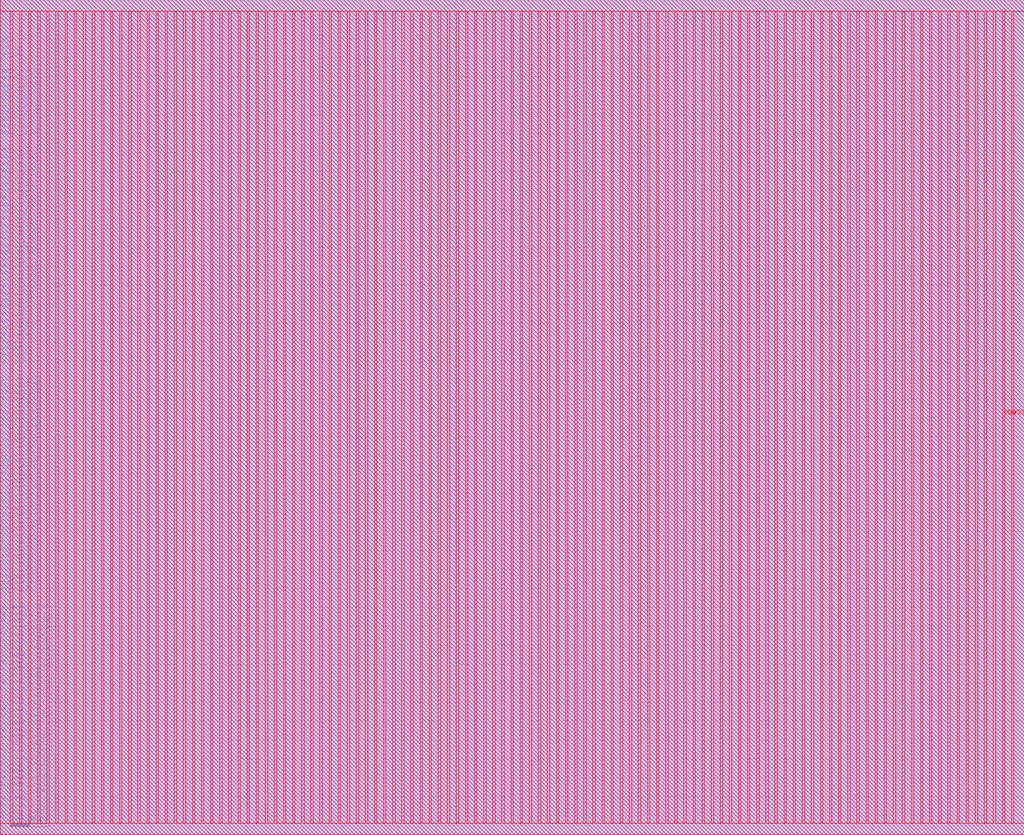
<source format=lef>
VERSION 5.7 ;
BUSBITCHARS "[]" ;
MACRO fakeram130_1024x32
  FOREIGN fakeram130_1024x32 0 0 ;
  SYMMETRY X Y R90 ;
  SIZE 540.040 BY 440.640 ;
  CLASS BLOCK ;
  PIN w_mask_in[0]
    DIRECTION INPUT ;
    USE SIGNAL ;
    SHAPE ABUTMENT ;
    PORT
      LAYER met3 ;
      RECT 0.000 5.850 0.800 6.150 ;
    END
  END w_mask_in[0]
  PIN w_mask_in[1]
    DIRECTION INPUT ;
    USE SIGNAL ;
    SHAPE ABUTMENT ;
    PORT
      LAYER met3 ;
      RECT 0.000 9.450 0.800 9.750 ;
    END
  END w_mask_in[1]
  PIN w_mask_in[2]
    DIRECTION INPUT ;
    USE SIGNAL ;
    SHAPE ABUTMENT ;
    PORT
      LAYER met3 ;
      RECT 0.000 13.050 0.800 13.350 ;
    END
  END w_mask_in[2]
  PIN w_mask_in[3]
    DIRECTION INPUT ;
    USE SIGNAL ;
    SHAPE ABUTMENT ;
    PORT
      LAYER met3 ;
      RECT 0.000 16.650 0.800 16.950 ;
    END
  END w_mask_in[3]
  PIN w_mask_in[4]
    DIRECTION INPUT ;
    USE SIGNAL ;
    SHAPE ABUTMENT ;
    PORT
      LAYER met3 ;
      RECT 0.000 20.250 0.800 20.550 ;
    END
  END w_mask_in[4]
  PIN w_mask_in[5]
    DIRECTION INPUT ;
    USE SIGNAL ;
    SHAPE ABUTMENT ;
    PORT
      LAYER met3 ;
      RECT 0.000 23.850 0.800 24.150 ;
    END
  END w_mask_in[5]
  PIN w_mask_in[6]
    DIRECTION INPUT ;
    USE SIGNAL ;
    SHAPE ABUTMENT ;
    PORT
      LAYER met3 ;
      RECT 0.000 27.450 0.800 27.750 ;
    END
  END w_mask_in[6]
  PIN w_mask_in[7]
    DIRECTION INPUT ;
    USE SIGNAL ;
    SHAPE ABUTMENT ;
    PORT
      LAYER met3 ;
      RECT 0.000 31.050 0.800 31.350 ;
    END
  END w_mask_in[7]
  PIN w_mask_in[8]
    DIRECTION INPUT ;
    USE SIGNAL ;
    SHAPE ABUTMENT ;
    PORT
      LAYER met3 ;
      RECT 0.000 34.650 0.800 34.950 ;
    END
  END w_mask_in[8]
  PIN w_mask_in[9]
    DIRECTION INPUT ;
    USE SIGNAL ;
    SHAPE ABUTMENT ;
    PORT
      LAYER met3 ;
      RECT 0.000 38.250 0.800 38.550 ;
    END
  END w_mask_in[9]
  PIN w_mask_in[10]
    DIRECTION INPUT ;
    USE SIGNAL ;
    SHAPE ABUTMENT ;
    PORT
      LAYER met3 ;
      RECT 0.000 41.850 0.800 42.150 ;
    END
  END w_mask_in[10]
  PIN w_mask_in[11]
    DIRECTION INPUT ;
    USE SIGNAL ;
    SHAPE ABUTMENT ;
    PORT
      LAYER met3 ;
      RECT 0.000 45.450 0.800 45.750 ;
    END
  END w_mask_in[11]
  PIN w_mask_in[12]
    DIRECTION INPUT ;
    USE SIGNAL ;
    SHAPE ABUTMENT ;
    PORT
      LAYER met3 ;
      RECT 0.000 49.050 0.800 49.350 ;
    END
  END w_mask_in[12]
  PIN w_mask_in[13]
    DIRECTION INPUT ;
    USE SIGNAL ;
    SHAPE ABUTMENT ;
    PORT
      LAYER met3 ;
      RECT 0.000 52.650 0.800 52.950 ;
    END
  END w_mask_in[13]
  PIN w_mask_in[14]
    DIRECTION INPUT ;
    USE SIGNAL ;
    SHAPE ABUTMENT ;
    PORT
      LAYER met3 ;
      RECT 0.000 56.250 0.800 56.550 ;
    END
  END w_mask_in[14]
  PIN w_mask_in[15]
    DIRECTION INPUT ;
    USE SIGNAL ;
    SHAPE ABUTMENT ;
    PORT
      LAYER met3 ;
      RECT 0.000 59.850 0.800 60.150 ;
    END
  END w_mask_in[15]
  PIN w_mask_in[16]
    DIRECTION INPUT ;
    USE SIGNAL ;
    SHAPE ABUTMENT ;
    PORT
      LAYER met3 ;
      RECT 0.000 63.450 0.800 63.750 ;
    END
  END w_mask_in[16]
  PIN w_mask_in[17]
    DIRECTION INPUT ;
    USE SIGNAL ;
    SHAPE ABUTMENT ;
    PORT
      LAYER met3 ;
      RECT 0.000 67.050 0.800 67.350 ;
    END
  END w_mask_in[17]
  PIN w_mask_in[18]
    DIRECTION INPUT ;
    USE SIGNAL ;
    SHAPE ABUTMENT ;
    PORT
      LAYER met3 ;
      RECT 0.000 70.650 0.800 70.950 ;
    END
  END w_mask_in[18]
  PIN w_mask_in[19]
    DIRECTION INPUT ;
    USE SIGNAL ;
    SHAPE ABUTMENT ;
    PORT
      LAYER met3 ;
      RECT 0.000 74.250 0.800 74.550 ;
    END
  END w_mask_in[19]
  PIN w_mask_in[20]
    DIRECTION INPUT ;
    USE SIGNAL ;
    SHAPE ABUTMENT ;
    PORT
      LAYER met3 ;
      RECT 0.000 77.850 0.800 78.150 ;
    END
  END w_mask_in[20]
  PIN w_mask_in[21]
    DIRECTION INPUT ;
    USE SIGNAL ;
    SHAPE ABUTMENT ;
    PORT
      LAYER met3 ;
      RECT 0.000 81.450 0.800 81.750 ;
    END
  END w_mask_in[21]
  PIN w_mask_in[22]
    DIRECTION INPUT ;
    USE SIGNAL ;
    SHAPE ABUTMENT ;
    PORT
      LAYER met3 ;
      RECT 0.000 85.050 0.800 85.350 ;
    END
  END w_mask_in[22]
  PIN w_mask_in[23]
    DIRECTION INPUT ;
    USE SIGNAL ;
    SHAPE ABUTMENT ;
    PORT
      LAYER met3 ;
      RECT 0.000 88.650 0.800 88.950 ;
    END
  END w_mask_in[23]
  PIN w_mask_in[24]
    DIRECTION INPUT ;
    USE SIGNAL ;
    SHAPE ABUTMENT ;
    PORT
      LAYER met3 ;
      RECT 0.000 92.250 0.800 92.550 ;
    END
  END w_mask_in[24]
  PIN w_mask_in[25]
    DIRECTION INPUT ;
    USE SIGNAL ;
    SHAPE ABUTMENT ;
    PORT
      LAYER met3 ;
      RECT 0.000 95.850 0.800 96.150 ;
    END
  END w_mask_in[25]
  PIN w_mask_in[26]
    DIRECTION INPUT ;
    USE SIGNAL ;
    SHAPE ABUTMENT ;
    PORT
      LAYER met3 ;
      RECT 0.000 99.450 0.800 99.750 ;
    END
  END w_mask_in[26]
  PIN w_mask_in[27]
    DIRECTION INPUT ;
    USE SIGNAL ;
    SHAPE ABUTMENT ;
    PORT
      LAYER met3 ;
      RECT 0.000 103.050 0.800 103.350 ;
    END
  END w_mask_in[27]
  PIN w_mask_in[28]
    DIRECTION INPUT ;
    USE SIGNAL ;
    SHAPE ABUTMENT ;
    PORT
      LAYER met3 ;
      RECT 0.000 106.650 0.800 106.950 ;
    END
  END w_mask_in[28]
  PIN w_mask_in[29]
    DIRECTION INPUT ;
    USE SIGNAL ;
    SHAPE ABUTMENT ;
    PORT
      LAYER met3 ;
      RECT 0.000 110.250 0.800 110.550 ;
    END
  END w_mask_in[29]
  PIN w_mask_in[30]
    DIRECTION INPUT ;
    USE SIGNAL ;
    SHAPE ABUTMENT ;
    PORT
      LAYER met3 ;
      RECT 0.000 113.850 0.800 114.150 ;
    END
  END w_mask_in[30]
  PIN w_mask_in[31]
    DIRECTION INPUT ;
    USE SIGNAL ;
    SHAPE ABUTMENT ;
    PORT
      LAYER met3 ;
      RECT 0.000 117.450 0.800 117.750 ;
    END
  END w_mask_in[31]
  PIN rd_out[0]
    DIRECTION OUTPUT ;
    USE SIGNAL ;
    SHAPE ABUTMENT ;
    PORT
      LAYER met3 ;
      RECT 0.000 126.450 0.800 126.750 ;
    END
  END rd_out[0]
  PIN rd_out[1]
    DIRECTION OUTPUT ;
    USE SIGNAL ;
    SHAPE ABUTMENT ;
    PORT
      LAYER met3 ;
      RECT 0.000 130.050 0.800 130.350 ;
    END
  END rd_out[1]
  PIN rd_out[2]
    DIRECTION OUTPUT ;
    USE SIGNAL ;
    SHAPE ABUTMENT ;
    PORT
      LAYER met3 ;
      RECT 0.000 133.650 0.800 133.950 ;
    END
  END rd_out[2]
  PIN rd_out[3]
    DIRECTION OUTPUT ;
    USE SIGNAL ;
    SHAPE ABUTMENT ;
    PORT
      LAYER met3 ;
      RECT 0.000 137.250 0.800 137.550 ;
    END
  END rd_out[3]
  PIN rd_out[4]
    DIRECTION OUTPUT ;
    USE SIGNAL ;
    SHAPE ABUTMENT ;
    PORT
      LAYER met3 ;
      RECT 0.000 140.850 0.800 141.150 ;
    END
  END rd_out[4]
  PIN rd_out[5]
    DIRECTION OUTPUT ;
    USE SIGNAL ;
    SHAPE ABUTMENT ;
    PORT
      LAYER met3 ;
      RECT 0.000 144.450 0.800 144.750 ;
    END
  END rd_out[5]
  PIN rd_out[6]
    DIRECTION OUTPUT ;
    USE SIGNAL ;
    SHAPE ABUTMENT ;
    PORT
      LAYER met3 ;
      RECT 0.000 148.050 0.800 148.350 ;
    END
  END rd_out[6]
  PIN rd_out[7]
    DIRECTION OUTPUT ;
    USE SIGNAL ;
    SHAPE ABUTMENT ;
    PORT
      LAYER met3 ;
      RECT 0.000 151.650 0.800 151.950 ;
    END
  END rd_out[7]
  PIN rd_out[8]
    DIRECTION OUTPUT ;
    USE SIGNAL ;
    SHAPE ABUTMENT ;
    PORT
      LAYER met3 ;
      RECT 0.000 155.250 0.800 155.550 ;
    END
  END rd_out[8]
  PIN rd_out[9]
    DIRECTION OUTPUT ;
    USE SIGNAL ;
    SHAPE ABUTMENT ;
    PORT
      LAYER met3 ;
      RECT 0.000 158.850 0.800 159.150 ;
    END
  END rd_out[9]
  PIN rd_out[10]
    DIRECTION OUTPUT ;
    USE SIGNAL ;
    SHAPE ABUTMENT ;
    PORT
      LAYER met3 ;
      RECT 0.000 162.450 0.800 162.750 ;
    END
  END rd_out[10]
  PIN rd_out[11]
    DIRECTION OUTPUT ;
    USE SIGNAL ;
    SHAPE ABUTMENT ;
    PORT
      LAYER met3 ;
      RECT 0.000 166.050 0.800 166.350 ;
    END
  END rd_out[11]
  PIN rd_out[12]
    DIRECTION OUTPUT ;
    USE SIGNAL ;
    SHAPE ABUTMENT ;
    PORT
      LAYER met3 ;
      RECT 0.000 169.650 0.800 169.950 ;
    END
  END rd_out[12]
  PIN rd_out[13]
    DIRECTION OUTPUT ;
    USE SIGNAL ;
    SHAPE ABUTMENT ;
    PORT
      LAYER met3 ;
      RECT 0.000 173.250 0.800 173.550 ;
    END
  END rd_out[13]
  PIN rd_out[14]
    DIRECTION OUTPUT ;
    USE SIGNAL ;
    SHAPE ABUTMENT ;
    PORT
      LAYER met3 ;
      RECT 0.000 176.850 0.800 177.150 ;
    END
  END rd_out[14]
  PIN rd_out[15]
    DIRECTION OUTPUT ;
    USE SIGNAL ;
    SHAPE ABUTMENT ;
    PORT
      LAYER met3 ;
      RECT 0.000 180.450 0.800 180.750 ;
    END
  END rd_out[15]
  PIN rd_out[16]
    DIRECTION OUTPUT ;
    USE SIGNAL ;
    SHAPE ABUTMENT ;
    PORT
      LAYER met3 ;
      RECT 0.000 184.050 0.800 184.350 ;
    END
  END rd_out[16]
  PIN rd_out[17]
    DIRECTION OUTPUT ;
    USE SIGNAL ;
    SHAPE ABUTMENT ;
    PORT
      LAYER met3 ;
      RECT 0.000 187.650 0.800 187.950 ;
    END
  END rd_out[17]
  PIN rd_out[18]
    DIRECTION OUTPUT ;
    USE SIGNAL ;
    SHAPE ABUTMENT ;
    PORT
      LAYER met3 ;
      RECT 0.000 191.250 0.800 191.550 ;
    END
  END rd_out[18]
  PIN rd_out[19]
    DIRECTION OUTPUT ;
    USE SIGNAL ;
    SHAPE ABUTMENT ;
    PORT
      LAYER met3 ;
      RECT 0.000 194.850 0.800 195.150 ;
    END
  END rd_out[19]
  PIN rd_out[20]
    DIRECTION OUTPUT ;
    USE SIGNAL ;
    SHAPE ABUTMENT ;
    PORT
      LAYER met3 ;
      RECT 0.000 198.450 0.800 198.750 ;
    END
  END rd_out[20]
  PIN rd_out[21]
    DIRECTION OUTPUT ;
    USE SIGNAL ;
    SHAPE ABUTMENT ;
    PORT
      LAYER met3 ;
      RECT 0.000 202.050 0.800 202.350 ;
    END
  END rd_out[21]
  PIN rd_out[22]
    DIRECTION OUTPUT ;
    USE SIGNAL ;
    SHAPE ABUTMENT ;
    PORT
      LAYER met3 ;
      RECT 0.000 205.650 0.800 205.950 ;
    END
  END rd_out[22]
  PIN rd_out[23]
    DIRECTION OUTPUT ;
    USE SIGNAL ;
    SHAPE ABUTMENT ;
    PORT
      LAYER met3 ;
      RECT 0.000 209.250 0.800 209.550 ;
    END
  END rd_out[23]
  PIN rd_out[24]
    DIRECTION OUTPUT ;
    USE SIGNAL ;
    SHAPE ABUTMENT ;
    PORT
      LAYER met3 ;
      RECT 0.000 212.850 0.800 213.150 ;
    END
  END rd_out[24]
  PIN rd_out[25]
    DIRECTION OUTPUT ;
    USE SIGNAL ;
    SHAPE ABUTMENT ;
    PORT
      LAYER met3 ;
      RECT 0.000 216.450 0.800 216.750 ;
    END
  END rd_out[25]
  PIN rd_out[26]
    DIRECTION OUTPUT ;
    USE SIGNAL ;
    SHAPE ABUTMENT ;
    PORT
      LAYER met3 ;
      RECT 0.000 220.050 0.800 220.350 ;
    END
  END rd_out[26]
  PIN rd_out[27]
    DIRECTION OUTPUT ;
    USE SIGNAL ;
    SHAPE ABUTMENT ;
    PORT
      LAYER met3 ;
      RECT 0.000 223.650 0.800 223.950 ;
    END
  END rd_out[27]
  PIN rd_out[28]
    DIRECTION OUTPUT ;
    USE SIGNAL ;
    SHAPE ABUTMENT ;
    PORT
      LAYER met3 ;
      RECT 0.000 227.250 0.800 227.550 ;
    END
  END rd_out[28]
  PIN rd_out[29]
    DIRECTION OUTPUT ;
    USE SIGNAL ;
    SHAPE ABUTMENT ;
    PORT
      LAYER met3 ;
      RECT 0.000 230.850 0.800 231.150 ;
    END
  END rd_out[29]
  PIN rd_out[30]
    DIRECTION OUTPUT ;
    USE SIGNAL ;
    SHAPE ABUTMENT ;
    PORT
      LAYER met3 ;
      RECT 0.000 234.450 0.800 234.750 ;
    END
  END rd_out[30]
  PIN rd_out[31]
    DIRECTION OUTPUT ;
    USE SIGNAL ;
    SHAPE ABUTMENT ;
    PORT
      LAYER met3 ;
      RECT 0.000 238.050 0.800 238.350 ;
    END
  END rd_out[31]
  PIN wd_in[0]
    DIRECTION INPUT ;
    USE SIGNAL ;
    SHAPE ABUTMENT ;
    PORT
      LAYER met3 ;
      RECT 0.000 247.050 0.800 247.350 ;
    END
  END wd_in[0]
  PIN wd_in[1]
    DIRECTION INPUT ;
    USE SIGNAL ;
    SHAPE ABUTMENT ;
    PORT
      LAYER met3 ;
      RECT 0.000 250.650 0.800 250.950 ;
    END
  END wd_in[1]
  PIN wd_in[2]
    DIRECTION INPUT ;
    USE SIGNAL ;
    SHAPE ABUTMENT ;
    PORT
      LAYER met3 ;
      RECT 0.000 254.250 0.800 254.550 ;
    END
  END wd_in[2]
  PIN wd_in[3]
    DIRECTION INPUT ;
    USE SIGNAL ;
    SHAPE ABUTMENT ;
    PORT
      LAYER met3 ;
      RECT 0.000 257.850 0.800 258.150 ;
    END
  END wd_in[3]
  PIN wd_in[4]
    DIRECTION INPUT ;
    USE SIGNAL ;
    SHAPE ABUTMENT ;
    PORT
      LAYER met3 ;
      RECT 0.000 261.450 0.800 261.750 ;
    END
  END wd_in[4]
  PIN wd_in[5]
    DIRECTION INPUT ;
    USE SIGNAL ;
    SHAPE ABUTMENT ;
    PORT
      LAYER met3 ;
      RECT 0.000 265.050 0.800 265.350 ;
    END
  END wd_in[5]
  PIN wd_in[6]
    DIRECTION INPUT ;
    USE SIGNAL ;
    SHAPE ABUTMENT ;
    PORT
      LAYER met3 ;
      RECT 0.000 268.650 0.800 268.950 ;
    END
  END wd_in[6]
  PIN wd_in[7]
    DIRECTION INPUT ;
    USE SIGNAL ;
    SHAPE ABUTMENT ;
    PORT
      LAYER met3 ;
      RECT 0.000 272.250 0.800 272.550 ;
    END
  END wd_in[7]
  PIN wd_in[8]
    DIRECTION INPUT ;
    USE SIGNAL ;
    SHAPE ABUTMENT ;
    PORT
      LAYER met3 ;
      RECT 0.000 275.850 0.800 276.150 ;
    END
  END wd_in[8]
  PIN wd_in[9]
    DIRECTION INPUT ;
    USE SIGNAL ;
    SHAPE ABUTMENT ;
    PORT
      LAYER met3 ;
      RECT 0.000 279.450 0.800 279.750 ;
    END
  END wd_in[9]
  PIN wd_in[10]
    DIRECTION INPUT ;
    USE SIGNAL ;
    SHAPE ABUTMENT ;
    PORT
      LAYER met3 ;
      RECT 0.000 283.050 0.800 283.350 ;
    END
  END wd_in[10]
  PIN wd_in[11]
    DIRECTION INPUT ;
    USE SIGNAL ;
    SHAPE ABUTMENT ;
    PORT
      LAYER met3 ;
      RECT 0.000 286.650 0.800 286.950 ;
    END
  END wd_in[11]
  PIN wd_in[12]
    DIRECTION INPUT ;
    USE SIGNAL ;
    SHAPE ABUTMENT ;
    PORT
      LAYER met3 ;
      RECT 0.000 290.250 0.800 290.550 ;
    END
  END wd_in[12]
  PIN wd_in[13]
    DIRECTION INPUT ;
    USE SIGNAL ;
    SHAPE ABUTMENT ;
    PORT
      LAYER met3 ;
      RECT 0.000 293.850 0.800 294.150 ;
    END
  END wd_in[13]
  PIN wd_in[14]
    DIRECTION INPUT ;
    USE SIGNAL ;
    SHAPE ABUTMENT ;
    PORT
      LAYER met3 ;
      RECT 0.000 297.450 0.800 297.750 ;
    END
  END wd_in[14]
  PIN wd_in[15]
    DIRECTION INPUT ;
    USE SIGNAL ;
    SHAPE ABUTMENT ;
    PORT
      LAYER met3 ;
      RECT 0.000 301.050 0.800 301.350 ;
    END
  END wd_in[15]
  PIN wd_in[16]
    DIRECTION INPUT ;
    USE SIGNAL ;
    SHAPE ABUTMENT ;
    PORT
      LAYER met3 ;
      RECT 0.000 304.650 0.800 304.950 ;
    END
  END wd_in[16]
  PIN wd_in[17]
    DIRECTION INPUT ;
    USE SIGNAL ;
    SHAPE ABUTMENT ;
    PORT
      LAYER met3 ;
      RECT 0.000 308.250 0.800 308.550 ;
    END
  END wd_in[17]
  PIN wd_in[18]
    DIRECTION INPUT ;
    USE SIGNAL ;
    SHAPE ABUTMENT ;
    PORT
      LAYER met3 ;
      RECT 0.000 311.850 0.800 312.150 ;
    END
  END wd_in[18]
  PIN wd_in[19]
    DIRECTION INPUT ;
    USE SIGNAL ;
    SHAPE ABUTMENT ;
    PORT
      LAYER met3 ;
      RECT 0.000 315.450 0.800 315.750 ;
    END
  END wd_in[19]
  PIN wd_in[20]
    DIRECTION INPUT ;
    USE SIGNAL ;
    SHAPE ABUTMENT ;
    PORT
      LAYER met3 ;
      RECT 0.000 319.050 0.800 319.350 ;
    END
  END wd_in[20]
  PIN wd_in[21]
    DIRECTION INPUT ;
    USE SIGNAL ;
    SHAPE ABUTMENT ;
    PORT
      LAYER met3 ;
      RECT 0.000 322.650 0.800 322.950 ;
    END
  END wd_in[21]
  PIN wd_in[22]
    DIRECTION INPUT ;
    USE SIGNAL ;
    SHAPE ABUTMENT ;
    PORT
      LAYER met3 ;
      RECT 0.000 326.250 0.800 326.550 ;
    END
  END wd_in[22]
  PIN wd_in[23]
    DIRECTION INPUT ;
    USE SIGNAL ;
    SHAPE ABUTMENT ;
    PORT
      LAYER met3 ;
      RECT 0.000 329.850 0.800 330.150 ;
    END
  END wd_in[23]
  PIN wd_in[24]
    DIRECTION INPUT ;
    USE SIGNAL ;
    SHAPE ABUTMENT ;
    PORT
      LAYER met3 ;
      RECT 0.000 333.450 0.800 333.750 ;
    END
  END wd_in[24]
  PIN wd_in[25]
    DIRECTION INPUT ;
    USE SIGNAL ;
    SHAPE ABUTMENT ;
    PORT
      LAYER met3 ;
      RECT 0.000 337.050 0.800 337.350 ;
    END
  END wd_in[25]
  PIN wd_in[26]
    DIRECTION INPUT ;
    USE SIGNAL ;
    SHAPE ABUTMENT ;
    PORT
      LAYER met3 ;
      RECT 0.000 340.650 0.800 340.950 ;
    END
  END wd_in[26]
  PIN wd_in[27]
    DIRECTION INPUT ;
    USE SIGNAL ;
    SHAPE ABUTMENT ;
    PORT
      LAYER met3 ;
      RECT 0.000 344.250 0.800 344.550 ;
    END
  END wd_in[27]
  PIN wd_in[28]
    DIRECTION INPUT ;
    USE SIGNAL ;
    SHAPE ABUTMENT ;
    PORT
      LAYER met3 ;
      RECT 0.000 347.850 0.800 348.150 ;
    END
  END wd_in[28]
  PIN wd_in[29]
    DIRECTION INPUT ;
    USE SIGNAL ;
    SHAPE ABUTMENT ;
    PORT
      LAYER met3 ;
      RECT 0.000 351.450 0.800 351.750 ;
    END
  END wd_in[29]
  PIN wd_in[30]
    DIRECTION INPUT ;
    USE SIGNAL ;
    SHAPE ABUTMENT ;
    PORT
      LAYER met3 ;
      RECT 0.000 355.050 0.800 355.350 ;
    END
  END wd_in[30]
  PIN wd_in[31]
    DIRECTION INPUT ;
    USE SIGNAL ;
    SHAPE ABUTMENT ;
    PORT
      LAYER met3 ;
      RECT 0.000 358.650 0.800 358.950 ;
    END
  END wd_in[31]
  PIN addr_in[0]
    DIRECTION INPUT ;
    USE SIGNAL ;
    SHAPE ABUTMENT ;
    PORT
      LAYER met3 ;
      RECT 0.000 367.650 0.800 367.950 ;
    END
  END addr_in[0]
  PIN addr_in[1]
    DIRECTION INPUT ;
    USE SIGNAL ;
    SHAPE ABUTMENT ;
    PORT
      LAYER met3 ;
      RECT 0.000 371.250 0.800 371.550 ;
    END
  END addr_in[1]
  PIN addr_in[2]
    DIRECTION INPUT ;
    USE SIGNAL ;
    SHAPE ABUTMENT ;
    PORT
      LAYER met3 ;
      RECT 0.000 374.850 0.800 375.150 ;
    END
  END addr_in[2]
  PIN addr_in[3]
    DIRECTION INPUT ;
    USE SIGNAL ;
    SHAPE ABUTMENT ;
    PORT
      LAYER met3 ;
      RECT 0.000 378.450 0.800 378.750 ;
    END
  END addr_in[3]
  PIN addr_in[4]
    DIRECTION INPUT ;
    USE SIGNAL ;
    SHAPE ABUTMENT ;
    PORT
      LAYER met3 ;
      RECT 0.000 382.050 0.800 382.350 ;
    END
  END addr_in[4]
  PIN addr_in[5]
    DIRECTION INPUT ;
    USE SIGNAL ;
    SHAPE ABUTMENT ;
    PORT
      LAYER met3 ;
      RECT 0.000 385.650 0.800 385.950 ;
    END
  END addr_in[5]
  PIN addr_in[6]
    DIRECTION INPUT ;
    USE SIGNAL ;
    SHAPE ABUTMENT ;
    PORT
      LAYER met3 ;
      RECT 0.000 389.250 0.800 389.550 ;
    END
  END addr_in[6]
  PIN addr_in[7]
    DIRECTION INPUT ;
    USE SIGNAL ;
    SHAPE ABUTMENT ;
    PORT
      LAYER met3 ;
      RECT 0.000 392.850 0.800 393.150 ;
    END
  END addr_in[7]
  PIN addr_in[8]
    DIRECTION INPUT ;
    USE SIGNAL ;
    SHAPE ABUTMENT ;
    PORT
      LAYER met3 ;
      RECT 0.000 396.450 0.800 396.750 ;
    END
  END addr_in[8]
  PIN addr_in[9]
    DIRECTION INPUT ;
    USE SIGNAL ;
    SHAPE ABUTMENT ;
    PORT
      LAYER met3 ;
      RECT 0.000 400.050 0.800 400.350 ;
    END
  END addr_in[9]
  PIN we_in
    DIRECTION INPUT ;
    USE SIGNAL ;
    SHAPE ABUTMENT ;
    PORT
      LAYER met3 ;
      RECT 0.000 409.050 0.800 409.350 ;
    END
  END we_in
  PIN ce_in
    DIRECTION INPUT ;
    USE SIGNAL ;
    SHAPE ABUTMENT ;
    PORT
      LAYER met3 ;
      RECT 0.000 412.650 0.800 412.950 ;
    END
  END ce_in
  PIN clk
    DIRECTION INPUT ;
    USE SIGNAL ;
    SHAPE ABUTMENT ;
    PORT
      LAYER met3 ;
      RECT 0.000 416.250 0.800 416.550 ;
    END
  END clk
  PIN VSS
    DIRECTION INOUT ;
    USE GROUND ;
    PORT
      LAYER met4 ;
      RECT 5.400 6.000 6.600 434.640 ;
      RECT 15.000 6.000 16.200 434.640 ;
      RECT 24.600 6.000 25.800 434.640 ;
      RECT 34.200 6.000 35.400 434.640 ;
      RECT 43.800 6.000 45.000 434.640 ;
      RECT 53.400 6.000 54.600 434.640 ;
      RECT 63.000 6.000 64.200 434.640 ;
      RECT 72.600 6.000 73.800 434.640 ;
      RECT 82.200 6.000 83.400 434.640 ;
      RECT 91.800 6.000 93.000 434.640 ;
      RECT 101.400 6.000 102.600 434.640 ;
      RECT 111.000 6.000 112.200 434.640 ;
      RECT 120.600 6.000 121.800 434.640 ;
      RECT 130.200 6.000 131.400 434.640 ;
      RECT 139.800 6.000 141.000 434.640 ;
      RECT 149.400 6.000 150.600 434.640 ;
      RECT 159.000 6.000 160.200 434.640 ;
      RECT 168.600 6.000 169.800 434.640 ;
      RECT 178.200 6.000 179.400 434.640 ;
      RECT 187.800 6.000 189.000 434.640 ;
      RECT 197.400 6.000 198.600 434.640 ;
      RECT 207.000 6.000 208.200 434.640 ;
      RECT 216.600 6.000 217.800 434.640 ;
      RECT 226.200 6.000 227.400 434.640 ;
      RECT 235.800 6.000 237.000 434.640 ;
      RECT 245.400 6.000 246.600 434.640 ;
      RECT 255.000 6.000 256.200 434.640 ;
      RECT 264.600 6.000 265.800 434.640 ;
      RECT 274.200 6.000 275.400 434.640 ;
      RECT 283.800 6.000 285.000 434.640 ;
      RECT 293.400 6.000 294.600 434.640 ;
      RECT 303.000 6.000 304.200 434.640 ;
      RECT 312.600 6.000 313.800 434.640 ;
      RECT 322.200 6.000 323.400 434.640 ;
      RECT 331.800 6.000 333.000 434.640 ;
      RECT 341.400 6.000 342.600 434.640 ;
      RECT 351.000 6.000 352.200 434.640 ;
      RECT 360.600 6.000 361.800 434.640 ;
      RECT 370.200 6.000 371.400 434.640 ;
      RECT 379.800 6.000 381.000 434.640 ;
      RECT 389.400 6.000 390.600 434.640 ;
      RECT 399.000 6.000 400.200 434.640 ;
      RECT 408.600 6.000 409.800 434.640 ;
      RECT 418.200 6.000 419.400 434.640 ;
      RECT 427.800 6.000 429.000 434.640 ;
      RECT 437.400 6.000 438.600 434.640 ;
      RECT 447.000 6.000 448.200 434.640 ;
      RECT 456.600 6.000 457.800 434.640 ;
      RECT 466.200 6.000 467.400 434.640 ;
      RECT 475.800 6.000 477.000 434.640 ;
      RECT 485.400 6.000 486.600 434.640 ;
      RECT 495.000 6.000 496.200 434.640 ;
      RECT 504.600 6.000 505.800 434.640 ;
      RECT 514.200 6.000 515.400 434.640 ;
      RECT 523.800 6.000 525.000 434.640 ;
      RECT 533.400 6.000 534.600 434.640 ;
    END
  END VSS
  PIN VDD
    DIRECTION INOUT ;
    USE POWER ;
    PORT
      LAYER met4 ;
      RECT 10.200 6.000 11.400 434.640 ;
      RECT 19.800 6.000 21.000 434.640 ;
      RECT 29.400 6.000 30.600 434.640 ;
      RECT 39.000 6.000 40.200 434.640 ;
      RECT 48.600 6.000 49.800 434.640 ;
      RECT 58.200 6.000 59.400 434.640 ;
      RECT 67.800 6.000 69.000 434.640 ;
      RECT 77.400 6.000 78.600 434.640 ;
      RECT 87.000 6.000 88.200 434.640 ;
      RECT 96.600 6.000 97.800 434.640 ;
      RECT 106.200 6.000 107.400 434.640 ;
      RECT 115.800 6.000 117.000 434.640 ;
      RECT 125.400 6.000 126.600 434.640 ;
      RECT 135.000 6.000 136.200 434.640 ;
      RECT 144.600 6.000 145.800 434.640 ;
      RECT 154.200 6.000 155.400 434.640 ;
      RECT 163.800 6.000 165.000 434.640 ;
      RECT 173.400 6.000 174.600 434.640 ;
      RECT 183.000 6.000 184.200 434.640 ;
      RECT 192.600 6.000 193.800 434.640 ;
      RECT 202.200 6.000 203.400 434.640 ;
      RECT 211.800 6.000 213.000 434.640 ;
      RECT 221.400 6.000 222.600 434.640 ;
      RECT 231.000 6.000 232.200 434.640 ;
      RECT 240.600 6.000 241.800 434.640 ;
      RECT 250.200 6.000 251.400 434.640 ;
      RECT 259.800 6.000 261.000 434.640 ;
      RECT 269.400 6.000 270.600 434.640 ;
      RECT 279.000 6.000 280.200 434.640 ;
      RECT 288.600 6.000 289.800 434.640 ;
      RECT 298.200 6.000 299.400 434.640 ;
      RECT 307.800 6.000 309.000 434.640 ;
      RECT 317.400 6.000 318.600 434.640 ;
      RECT 327.000 6.000 328.200 434.640 ;
      RECT 336.600 6.000 337.800 434.640 ;
      RECT 346.200 6.000 347.400 434.640 ;
      RECT 355.800 6.000 357.000 434.640 ;
      RECT 365.400 6.000 366.600 434.640 ;
      RECT 375.000 6.000 376.200 434.640 ;
      RECT 384.600 6.000 385.800 434.640 ;
      RECT 394.200 6.000 395.400 434.640 ;
      RECT 403.800 6.000 405.000 434.640 ;
      RECT 413.400 6.000 414.600 434.640 ;
      RECT 423.000 6.000 424.200 434.640 ;
      RECT 432.600 6.000 433.800 434.640 ;
      RECT 442.200 6.000 443.400 434.640 ;
      RECT 451.800 6.000 453.000 434.640 ;
      RECT 461.400 6.000 462.600 434.640 ;
      RECT 471.000 6.000 472.200 434.640 ;
      RECT 480.600 6.000 481.800 434.640 ;
      RECT 490.200 6.000 491.400 434.640 ;
      RECT 499.800 6.000 501.000 434.640 ;
      RECT 509.400 6.000 510.600 434.640 ;
      RECT 519.000 6.000 520.200 434.640 ;
      RECT 528.600 6.000 529.800 434.640 ;
    END
  END VDD
  OBS
    LAYER met1 ;
    RECT 0 0 540.040 440.640 ;
    LAYER met2 ;
    RECT 0 0 540.040 440.640 ;
    LAYER met3 ;
    RECT 0.800 0 540.040 440.640 ;
    RECT 0 0.000 0.800 5.850 ;
    RECT 0 6.150 0.800 9.450 ;
    RECT 0 9.750 0.800 13.050 ;
    RECT 0 13.350 0.800 16.650 ;
    RECT 0 16.950 0.800 20.250 ;
    RECT 0 20.550 0.800 23.850 ;
    RECT 0 24.150 0.800 27.450 ;
    RECT 0 27.750 0.800 31.050 ;
    RECT 0 31.350 0.800 34.650 ;
    RECT 0 34.950 0.800 38.250 ;
    RECT 0 38.550 0.800 41.850 ;
    RECT 0 42.150 0.800 45.450 ;
    RECT 0 45.750 0.800 49.050 ;
    RECT 0 49.350 0.800 52.650 ;
    RECT 0 52.950 0.800 56.250 ;
    RECT 0 56.550 0.800 59.850 ;
    RECT 0 60.150 0.800 63.450 ;
    RECT 0 63.750 0.800 67.050 ;
    RECT 0 67.350 0.800 70.650 ;
    RECT 0 70.950 0.800 74.250 ;
    RECT 0 74.550 0.800 77.850 ;
    RECT 0 78.150 0.800 81.450 ;
    RECT 0 81.750 0.800 85.050 ;
    RECT 0 85.350 0.800 88.650 ;
    RECT 0 88.950 0.800 92.250 ;
    RECT 0 92.550 0.800 95.850 ;
    RECT 0 96.150 0.800 99.450 ;
    RECT 0 99.750 0.800 103.050 ;
    RECT 0 103.350 0.800 106.650 ;
    RECT 0 106.950 0.800 110.250 ;
    RECT 0 110.550 0.800 113.850 ;
    RECT 0 114.150 0.800 117.450 ;
    RECT 0 117.750 0.800 126.450 ;
    RECT 0 126.750 0.800 130.050 ;
    RECT 0 130.350 0.800 133.650 ;
    RECT 0 133.950 0.800 137.250 ;
    RECT 0 137.550 0.800 140.850 ;
    RECT 0 141.150 0.800 144.450 ;
    RECT 0 144.750 0.800 148.050 ;
    RECT 0 148.350 0.800 151.650 ;
    RECT 0 151.950 0.800 155.250 ;
    RECT 0 155.550 0.800 158.850 ;
    RECT 0 159.150 0.800 162.450 ;
    RECT 0 162.750 0.800 166.050 ;
    RECT 0 166.350 0.800 169.650 ;
    RECT 0 169.950 0.800 173.250 ;
    RECT 0 173.550 0.800 176.850 ;
    RECT 0 177.150 0.800 180.450 ;
    RECT 0 180.750 0.800 184.050 ;
    RECT 0 184.350 0.800 187.650 ;
    RECT 0 187.950 0.800 191.250 ;
    RECT 0 191.550 0.800 194.850 ;
    RECT 0 195.150 0.800 198.450 ;
    RECT 0 198.750 0.800 202.050 ;
    RECT 0 202.350 0.800 205.650 ;
    RECT 0 205.950 0.800 209.250 ;
    RECT 0 209.550 0.800 212.850 ;
    RECT 0 213.150 0.800 216.450 ;
    RECT 0 216.750 0.800 220.050 ;
    RECT 0 220.350 0.800 223.650 ;
    RECT 0 223.950 0.800 227.250 ;
    RECT 0 227.550 0.800 230.850 ;
    RECT 0 231.150 0.800 234.450 ;
    RECT 0 234.750 0.800 238.050 ;
    RECT 0 238.350 0.800 247.050 ;
    RECT 0 247.350 0.800 250.650 ;
    RECT 0 250.950 0.800 254.250 ;
    RECT 0 254.550 0.800 257.850 ;
    RECT 0 258.150 0.800 261.450 ;
    RECT 0 261.750 0.800 265.050 ;
    RECT 0 265.350 0.800 268.650 ;
    RECT 0 268.950 0.800 272.250 ;
    RECT 0 272.550 0.800 275.850 ;
    RECT 0 276.150 0.800 279.450 ;
    RECT 0 279.750 0.800 283.050 ;
    RECT 0 283.350 0.800 286.650 ;
    RECT 0 286.950 0.800 290.250 ;
    RECT 0 290.550 0.800 293.850 ;
    RECT 0 294.150 0.800 297.450 ;
    RECT 0 297.750 0.800 301.050 ;
    RECT 0 301.350 0.800 304.650 ;
    RECT 0 304.950 0.800 308.250 ;
    RECT 0 308.550 0.800 311.850 ;
    RECT 0 312.150 0.800 315.450 ;
    RECT 0 315.750 0.800 319.050 ;
    RECT 0 319.350 0.800 322.650 ;
    RECT 0 322.950 0.800 326.250 ;
    RECT 0 326.550 0.800 329.850 ;
    RECT 0 330.150 0.800 333.450 ;
    RECT 0 333.750 0.800 337.050 ;
    RECT 0 337.350 0.800 340.650 ;
    RECT 0 340.950 0.800 344.250 ;
    RECT 0 344.550 0.800 347.850 ;
    RECT 0 348.150 0.800 351.450 ;
    RECT 0 351.750 0.800 355.050 ;
    RECT 0 355.350 0.800 358.650 ;
    RECT 0 358.950 0.800 367.650 ;
    RECT 0 367.950 0.800 371.250 ;
    RECT 0 371.550 0.800 374.850 ;
    RECT 0 375.150 0.800 378.450 ;
    RECT 0 378.750 0.800 382.050 ;
    RECT 0 382.350 0.800 385.650 ;
    RECT 0 385.950 0.800 389.250 ;
    RECT 0 389.550 0.800 392.850 ;
    RECT 0 393.150 0.800 396.450 ;
    RECT 0 396.750 0.800 400.050 ;
    RECT 0 400.350 0.800 409.050 ;
    RECT 0 409.350 0.800 412.650 ;
    RECT 0 412.950 0.800 416.250 ;
    RECT 0 416.550 0.800 440.640 ;
    LAYER met4 ;
    RECT 0 0 540.040 6.000 ;
    RECT 0 434.640 540.040 440.640 ;
    RECT 0.000 6.000 5.400 434.640 ;
    RECT 6.600 6.000 10.200 434.640 ;
    RECT 11.400 6.000 15.000 434.640 ;
    RECT 16.200 6.000 19.800 434.640 ;
    RECT 21.000 6.000 24.600 434.640 ;
    RECT 25.800 6.000 29.400 434.640 ;
    RECT 30.600 6.000 34.200 434.640 ;
    RECT 35.400 6.000 39.000 434.640 ;
    RECT 40.200 6.000 43.800 434.640 ;
    RECT 45.000 6.000 48.600 434.640 ;
    RECT 49.800 6.000 53.400 434.640 ;
    RECT 54.600 6.000 58.200 434.640 ;
    RECT 59.400 6.000 63.000 434.640 ;
    RECT 64.200 6.000 67.800 434.640 ;
    RECT 69.000 6.000 72.600 434.640 ;
    RECT 73.800 6.000 77.400 434.640 ;
    RECT 78.600 6.000 82.200 434.640 ;
    RECT 83.400 6.000 87.000 434.640 ;
    RECT 88.200 6.000 91.800 434.640 ;
    RECT 93.000 6.000 96.600 434.640 ;
    RECT 97.800 6.000 101.400 434.640 ;
    RECT 102.600 6.000 106.200 434.640 ;
    RECT 107.400 6.000 111.000 434.640 ;
    RECT 112.200 6.000 115.800 434.640 ;
    RECT 117.000 6.000 120.600 434.640 ;
    RECT 121.800 6.000 125.400 434.640 ;
    RECT 126.600 6.000 130.200 434.640 ;
    RECT 131.400 6.000 135.000 434.640 ;
    RECT 136.200 6.000 139.800 434.640 ;
    RECT 141.000 6.000 144.600 434.640 ;
    RECT 145.800 6.000 149.400 434.640 ;
    RECT 150.600 6.000 154.200 434.640 ;
    RECT 155.400 6.000 159.000 434.640 ;
    RECT 160.200 6.000 163.800 434.640 ;
    RECT 165.000 6.000 168.600 434.640 ;
    RECT 169.800 6.000 173.400 434.640 ;
    RECT 174.600 6.000 178.200 434.640 ;
    RECT 179.400 6.000 183.000 434.640 ;
    RECT 184.200 6.000 187.800 434.640 ;
    RECT 189.000 6.000 192.600 434.640 ;
    RECT 193.800 6.000 197.400 434.640 ;
    RECT 198.600 6.000 202.200 434.640 ;
    RECT 203.400 6.000 207.000 434.640 ;
    RECT 208.200 6.000 211.800 434.640 ;
    RECT 213.000 6.000 216.600 434.640 ;
    RECT 217.800 6.000 221.400 434.640 ;
    RECT 222.600 6.000 226.200 434.640 ;
    RECT 227.400 6.000 231.000 434.640 ;
    RECT 232.200 6.000 235.800 434.640 ;
    RECT 237.000 6.000 240.600 434.640 ;
    RECT 241.800 6.000 245.400 434.640 ;
    RECT 246.600 6.000 250.200 434.640 ;
    RECT 251.400 6.000 255.000 434.640 ;
    RECT 256.200 6.000 259.800 434.640 ;
    RECT 261.000 6.000 264.600 434.640 ;
    RECT 265.800 6.000 269.400 434.640 ;
    RECT 270.600 6.000 274.200 434.640 ;
    RECT 275.400 6.000 279.000 434.640 ;
    RECT 280.200 6.000 283.800 434.640 ;
    RECT 285.000 6.000 288.600 434.640 ;
    RECT 289.800 6.000 293.400 434.640 ;
    RECT 294.600 6.000 298.200 434.640 ;
    RECT 299.400 6.000 303.000 434.640 ;
    RECT 304.200 6.000 307.800 434.640 ;
    RECT 309.000 6.000 312.600 434.640 ;
    RECT 313.800 6.000 317.400 434.640 ;
    RECT 318.600 6.000 322.200 434.640 ;
    RECT 323.400 6.000 327.000 434.640 ;
    RECT 328.200 6.000 331.800 434.640 ;
    RECT 333.000 6.000 336.600 434.640 ;
    RECT 337.800 6.000 341.400 434.640 ;
    RECT 342.600 6.000 346.200 434.640 ;
    RECT 347.400 6.000 351.000 434.640 ;
    RECT 352.200 6.000 355.800 434.640 ;
    RECT 357.000 6.000 360.600 434.640 ;
    RECT 361.800 6.000 365.400 434.640 ;
    RECT 366.600 6.000 370.200 434.640 ;
    RECT 371.400 6.000 375.000 434.640 ;
    RECT 376.200 6.000 379.800 434.640 ;
    RECT 381.000 6.000 384.600 434.640 ;
    RECT 385.800 6.000 389.400 434.640 ;
    RECT 390.600 6.000 394.200 434.640 ;
    RECT 395.400 6.000 399.000 434.640 ;
    RECT 400.200 6.000 403.800 434.640 ;
    RECT 405.000 6.000 408.600 434.640 ;
    RECT 409.800 6.000 413.400 434.640 ;
    RECT 414.600 6.000 418.200 434.640 ;
    RECT 419.400 6.000 423.000 434.640 ;
    RECT 424.200 6.000 427.800 434.640 ;
    RECT 429.000 6.000 432.600 434.640 ;
    RECT 433.800 6.000 437.400 434.640 ;
    RECT 438.600 6.000 442.200 434.640 ;
    RECT 443.400 6.000 447.000 434.640 ;
    RECT 448.200 6.000 451.800 434.640 ;
    RECT 453.000 6.000 456.600 434.640 ;
    RECT 457.800 6.000 461.400 434.640 ;
    RECT 462.600 6.000 466.200 434.640 ;
    RECT 467.400 6.000 471.000 434.640 ;
    RECT 472.200 6.000 475.800 434.640 ;
    RECT 477.000 6.000 480.600 434.640 ;
    RECT 481.800 6.000 485.400 434.640 ;
    RECT 486.600 6.000 490.200 434.640 ;
    RECT 491.400 6.000 495.000 434.640 ;
    RECT 496.200 6.000 499.800 434.640 ;
    RECT 501.000 6.000 504.600 434.640 ;
    RECT 505.800 6.000 509.400 434.640 ;
    RECT 510.600 6.000 514.200 434.640 ;
    RECT 515.400 6.000 519.000 434.640 ;
    RECT 520.200 6.000 523.800 434.640 ;
    RECT 525.000 6.000 528.600 434.640 ;
    RECT 529.800 6.000 533.400 434.640 ;
    RECT 534.600 6.000 540.040 434.640 ;
    LAYER OVERLAP ;
    RECT 0 0 540.040 440.640 ;
  END
END fakeram130_1024x32

END LIBRARY

</source>
